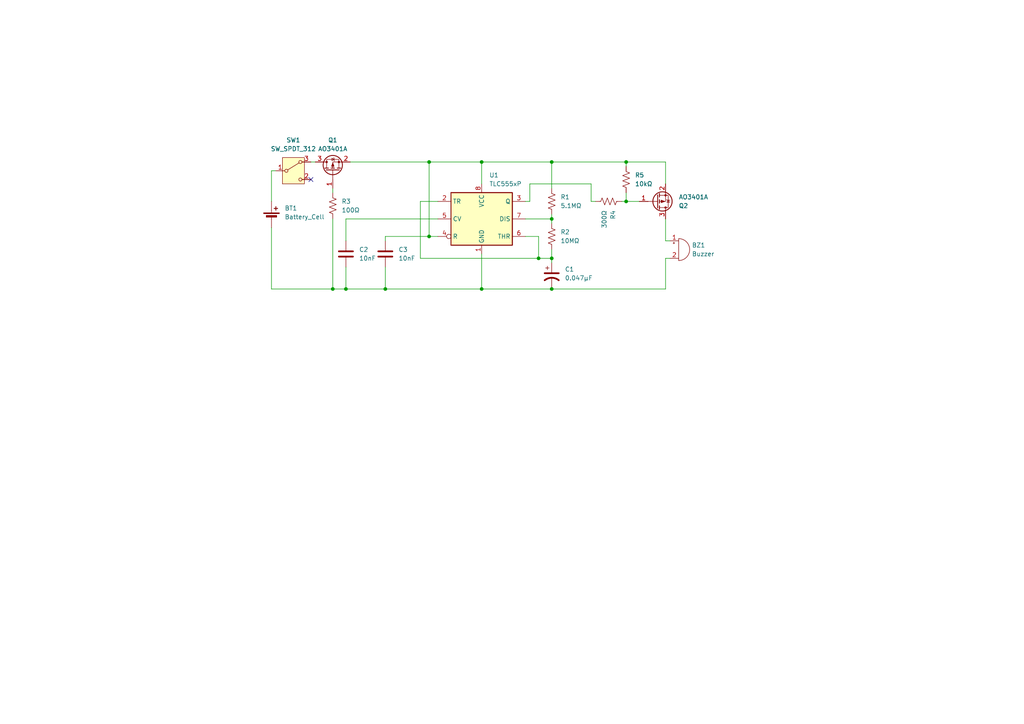
<source format=kicad_sch>
(kicad_sch
	(version 20231120)
	(generator "eeschema")
	(generator_version "8.0")
	(uuid "d8933e53-1592-4685-95eb-2622e257800f")
	(paper "A4")
	(lib_symbols
		(symbol "Device:Battery_Cell"
			(pin_numbers hide)
			(pin_names
				(offset 0) hide)
			(exclude_from_sim no)
			(in_bom yes)
			(on_board yes)
			(property "Reference" "BT"
				(at 2.54 2.54 0)
				(effects
					(font
						(size 1.27 1.27)
					)
					(justify left)
				)
			)
			(property "Value" "Battery_Cell"
				(at 2.54 0 0)
				(effects
					(font
						(size 1.27 1.27)
					)
					(justify left)
				)
			)
			(property "Footprint" ""
				(at 0 1.524 90)
				(effects
					(font
						(size 1.27 1.27)
					)
					(hide yes)
				)
			)
			(property "Datasheet" "~"
				(at 0 1.524 90)
				(effects
					(font
						(size 1.27 1.27)
					)
					(hide yes)
				)
			)
			(property "Description" "Single-cell battery"
				(at 0 0 0)
				(effects
					(font
						(size 1.27 1.27)
					)
					(hide yes)
				)
			)
			(property "ki_keywords" "battery cell"
				(at 0 0 0)
				(effects
					(font
						(size 1.27 1.27)
					)
					(hide yes)
				)
			)
			(symbol "Battery_Cell_0_1"
				(rectangle
					(start -2.286 1.778)
					(end 2.286 1.524)
					(stroke
						(width 0)
						(type default)
					)
					(fill
						(type outline)
					)
				)
				(rectangle
					(start -1.524 1.016)
					(end 1.524 0.508)
					(stroke
						(width 0)
						(type default)
					)
					(fill
						(type outline)
					)
				)
				(polyline
					(pts
						(xy 0 0.762) (xy 0 0)
					)
					(stroke
						(width 0)
						(type default)
					)
					(fill
						(type none)
					)
				)
				(polyline
					(pts
						(xy 0 1.778) (xy 0 2.54)
					)
					(stroke
						(width 0)
						(type default)
					)
					(fill
						(type none)
					)
				)
				(polyline
					(pts
						(xy 0.762 3.048) (xy 1.778 3.048)
					)
					(stroke
						(width 0.254)
						(type default)
					)
					(fill
						(type none)
					)
				)
				(polyline
					(pts
						(xy 1.27 3.556) (xy 1.27 2.54)
					)
					(stroke
						(width 0.254)
						(type default)
					)
					(fill
						(type none)
					)
				)
			)
			(symbol "Battery_Cell_1_1"
				(pin passive line
					(at 0 5.08 270)
					(length 2.54)
					(name "+"
						(effects
							(font
								(size 1.27 1.27)
							)
						)
					)
					(number "1"
						(effects
							(font
								(size 1.27 1.27)
							)
						)
					)
				)
				(pin passive line
					(at 0 -2.54 90)
					(length 2.54)
					(name "-"
						(effects
							(font
								(size 1.27 1.27)
							)
						)
					)
					(number "2"
						(effects
							(font
								(size 1.27 1.27)
							)
						)
					)
				)
			)
		)
		(symbol "Device:Buzzer"
			(pin_names
				(offset 0.0254) hide)
			(exclude_from_sim no)
			(in_bom yes)
			(on_board yes)
			(property "Reference" "BZ"
				(at 3.81 1.27 0)
				(effects
					(font
						(size 1.27 1.27)
					)
					(justify left)
				)
			)
			(property "Value" "Buzzer"
				(at 3.81 -1.27 0)
				(effects
					(font
						(size 1.27 1.27)
					)
					(justify left)
				)
			)
			(property "Footprint" ""
				(at -0.635 2.54 90)
				(effects
					(font
						(size 1.27 1.27)
					)
					(hide yes)
				)
			)
			(property "Datasheet" "~"
				(at -0.635 2.54 90)
				(effects
					(font
						(size 1.27 1.27)
					)
					(hide yes)
				)
			)
			(property "Description" "Buzzer, polarized"
				(at 0 0 0)
				(effects
					(font
						(size 1.27 1.27)
					)
					(hide yes)
				)
			)
			(property "ki_keywords" "quartz resonator ceramic"
				(at 0 0 0)
				(effects
					(font
						(size 1.27 1.27)
					)
					(hide yes)
				)
			)
			(property "ki_fp_filters" "*Buzzer*"
				(at 0 0 0)
				(effects
					(font
						(size 1.27 1.27)
					)
					(hide yes)
				)
			)
			(symbol "Buzzer_0_1"
				(arc
					(start 0 -3.175)
					(mid 3.1612 0)
					(end 0 3.175)
					(stroke
						(width 0)
						(type default)
					)
					(fill
						(type none)
					)
				)
				(polyline
					(pts
						(xy -1.651 1.905) (xy -1.143 1.905)
					)
					(stroke
						(width 0)
						(type default)
					)
					(fill
						(type none)
					)
				)
				(polyline
					(pts
						(xy -1.397 2.159) (xy -1.397 1.651)
					)
					(stroke
						(width 0)
						(type default)
					)
					(fill
						(type none)
					)
				)
				(polyline
					(pts
						(xy 0 3.175) (xy 0 -3.175)
					)
					(stroke
						(width 0)
						(type default)
					)
					(fill
						(type none)
					)
				)
			)
			(symbol "Buzzer_1_1"
				(pin passive line
					(at -2.54 2.54 0)
					(length 2.54)
					(name "+"
						(effects
							(font
								(size 1.27 1.27)
							)
						)
					)
					(number "1"
						(effects
							(font
								(size 1.27 1.27)
							)
						)
					)
				)
				(pin passive line
					(at -2.54 -2.54 0)
					(length 2.54)
					(name "-"
						(effects
							(font
								(size 1.27 1.27)
							)
						)
					)
					(number "2"
						(effects
							(font
								(size 1.27 1.27)
							)
						)
					)
				)
			)
		)
		(symbol "Device:C"
			(pin_numbers hide)
			(pin_names
				(offset 0.254)
			)
			(exclude_from_sim no)
			(in_bom yes)
			(on_board yes)
			(property "Reference" "C"
				(at 0.635 2.54 0)
				(effects
					(font
						(size 1.27 1.27)
					)
					(justify left)
				)
			)
			(property "Value" "C"
				(at 0.635 -2.54 0)
				(effects
					(font
						(size 1.27 1.27)
					)
					(justify left)
				)
			)
			(property "Footprint" ""
				(at 0.9652 -3.81 0)
				(effects
					(font
						(size 1.27 1.27)
					)
					(hide yes)
				)
			)
			(property "Datasheet" "~"
				(at 0 0 0)
				(effects
					(font
						(size 1.27 1.27)
					)
					(hide yes)
				)
			)
			(property "Description" "Unpolarized capacitor"
				(at 0 0 0)
				(effects
					(font
						(size 1.27 1.27)
					)
					(hide yes)
				)
			)
			(property "ki_keywords" "cap capacitor"
				(at 0 0 0)
				(effects
					(font
						(size 1.27 1.27)
					)
					(hide yes)
				)
			)
			(property "ki_fp_filters" "C_*"
				(at 0 0 0)
				(effects
					(font
						(size 1.27 1.27)
					)
					(hide yes)
				)
			)
			(symbol "C_0_1"
				(polyline
					(pts
						(xy -2.032 -0.762) (xy 2.032 -0.762)
					)
					(stroke
						(width 0.508)
						(type default)
					)
					(fill
						(type none)
					)
				)
				(polyline
					(pts
						(xy -2.032 0.762) (xy 2.032 0.762)
					)
					(stroke
						(width 0.508)
						(type default)
					)
					(fill
						(type none)
					)
				)
			)
			(symbol "C_1_1"
				(pin passive line
					(at 0 3.81 270)
					(length 2.794)
					(name "~"
						(effects
							(font
								(size 1.27 1.27)
							)
						)
					)
					(number "1"
						(effects
							(font
								(size 1.27 1.27)
							)
						)
					)
				)
				(pin passive line
					(at 0 -3.81 90)
					(length 2.794)
					(name "~"
						(effects
							(font
								(size 1.27 1.27)
							)
						)
					)
					(number "2"
						(effects
							(font
								(size 1.27 1.27)
							)
						)
					)
				)
			)
		)
		(symbol "Device:C_Polarized_US"
			(pin_numbers hide)
			(pin_names
				(offset 0.254) hide)
			(exclude_from_sim no)
			(in_bom yes)
			(on_board yes)
			(property "Reference" "C"
				(at 0.635 2.54 0)
				(effects
					(font
						(size 1.27 1.27)
					)
					(justify left)
				)
			)
			(property "Value" "C_Polarized_US"
				(at 0.635 -2.54 0)
				(effects
					(font
						(size 1.27 1.27)
					)
					(justify left)
				)
			)
			(property "Footprint" ""
				(at 0 0 0)
				(effects
					(font
						(size 1.27 1.27)
					)
					(hide yes)
				)
			)
			(property "Datasheet" "~"
				(at 0 0 0)
				(effects
					(font
						(size 1.27 1.27)
					)
					(hide yes)
				)
			)
			(property "Description" "Polarized capacitor, US symbol"
				(at 0 0 0)
				(effects
					(font
						(size 1.27 1.27)
					)
					(hide yes)
				)
			)
			(property "ki_keywords" "cap capacitor"
				(at 0 0 0)
				(effects
					(font
						(size 1.27 1.27)
					)
					(hide yes)
				)
			)
			(property "ki_fp_filters" "CP_*"
				(at 0 0 0)
				(effects
					(font
						(size 1.27 1.27)
					)
					(hide yes)
				)
			)
			(symbol "C_Polarized_US_0_1"
				(polyline
					(pts
						(xy -2.032 0.762) (xy 2.032 0.762)
					)
					(stroke
						(width 0.508)
						(type default)
					)
					(fill
						(type none)
					)
				)
				(polyline
					(pts
						(xy -1.778 2.286) (xy -0.762 2.286)
					)
					(stroke
						(width 0)
						(type default)
					)
					(fill
						(type none)
					)
				)
				(polyline
					(pts
						(xy -1.27 1.778) (xy -1.27 2.794)
					)
					(stroke
						(width 0)
						(type default)
					)
					(fill
						(type none)
					)
				)
				(arc
					(start 2.032 -1.27)
					(mid 0 -0.5572)
					(end -2.032 -1.27)
					(stroke
						(width 0.508)
						(type default)
					)
					(fill
						(type none)
					)
				)
			)
			(symbol "C_Polarized_US_1_1"
				(pin passive line
					(at 0 3.81 270)
					(length 2.794)
					(name "~"
						(effects
							(font
								(size 1.27 1.27)
							)
						)
					)
					(number "1"
						(effects
							(font
								(size 1.27 1.27)
							)
						)
					)
				)
				(pin passive line
					(at 0 -3.81 90)
					(length 3.302)
					(name "~"
						(effects
							(font
								(size 1.27 1.27)
							)
						)
					)
					(number "2"
						(effects
							(font
								(size 1.27 1.27)
							)
						)
					)
				)
			)
		)
		(symbol "Device:R_US"
			(pin_numbers hide)
			(pin_names
				(offset 0)
			)
			(exclude_from_sim no)
			(in_bom yes)
			(on_board yes)
			(property "Reference" "R"
				(at 2.54 0 90)
				(effects
					(font
						(size 1.27 1.27)
					)
				)
			)
			(property "Value" "R_US"
				(at -2.54 0 90)
				(effects
					(font
						(size 1.27 1.27)
					)
				)
			)
			(property "Footprint" ""
				(at 1.016 -0.254 90)
				(effects
					(font
						(size 1.27 1.27)
					)
					(hide yes)
				)
			)
			(property "Datasheet" "~"
				(at 0 0 0)
				(effects
					(font
						(size 1.27 1.27)
					)
					(hide yes)
				)
			)
			(property "Description" "Resistor, US symbol"
				(at 0 0 0)
				(effects
					(font
						(size 1.27 1.27)
					)
					(hide yes)
				)
			)
			(property "ki_keywords" "R res resistor"
				(at 0 0 0)
				(effects
					(font
						(size 1.27 1.27)
					)
					(hide yes)
				)
			)
			(property "ki_fp_filters" "R_*"
				(at 0 0 0)
				(effects
					(font
						(size 1.27 1.27)
					)
					(hide yes)
				)
			)
			(symbol "R_US_0_1"
				(polyline
					(pts
						(xy 0 -2.286) (xy 0 -2.54)
					)
					(stroke
						(width 0)
						(type default)
					)
					(fill
						(type none)
					)
				)
				(polyline
					(pts
						(xy 0 2.286) (xy 0 2.54)
					)
					(stroke
						(width 0)
						(type default)
					)
					(fill
						(type none)
					)
				)
				(polyline
					(pts
						(xy 0 -0.762) (xy 1.016 -1.143) (xy 0 -1.524) (xy -1.016 -1.905) (xy 0 -2.286)
					)
					(stroke
						(width 0)
						(type default)
					)
					(fill
						(type none)
					)
				)
				(polyline
					(pts
						(xy 0 0.762) (xy 1.016 0.381) (xy 0 0) (xy -1.016 -0.381) (xy 0 -0.762)
					)
					(stroke
						(width 0)
						(type default)
					)
					(fill
						(type none)
					)
				)
				(polyline
					(pts
						(xy 0 2.286) (xy 1.016 1.905) (xy 0 1.524) (xy -1.016 1.143) (xy 0 0.762)
					)
					(stroke
						(width 0)
						(type default)
					)
					(fill
						(type none)
					)
				)
			)
			(symbol "R_US_1_1"
				(pin passive line
					(at 0 3.81 270)
					(length 1.27)
					(name "~"
						(effects
							(font
								(size 1.27 1.27)
							)
						)
					)
					(number "1"
						(effects
							(font
								(size 1.27 1.27)
							)
						)
					)
				)
				(pin passive line
					(at 0 -3.81 90)
					(length 1.27)
					(name "~"
						(effects
							(font
								(size 1.27 1.27)
							)
						)
					)
					(number "2"
						(effects
							(font
								(size 1.27 1.27)
							)
						)
					)
				)
			)
		)
		(symbol "Switch:SW_SPDT_312"
			(pin_names
				(offset 1) hide)
			(exclude_from_sim no)
			(in_bom yes)
			(on_board yes)
			(property "Reference" "SW"
				(at 0 5.08 0)
				(effects
					(font
						(size 1.27 1.27)
					)
				)
			)
			(property "Value" "SW_SPDT_312"
				(at 0 -5.08 0)
				(effects
					(font
						(size 1.27 1.27)
					)
				)
			)
			(property "Footprint" ""
				(at 0 -10.16 0)
				(effects
					(font
						(size 1.27 1.27)
					)
					(hide yes)
				)
			)
			(property "Datasheet" "~"
				(at 0 -7.62 0)
				(effects
					(font
						(size 1.27 1.27)
					)
					(hide yes)
				)
			)
			(property "Description" "Switch, single pole double throw"
				(at 0 0 0)
				(effects
					(font
						(size 1.27 1.27)
					)
					(hide yes)
				)
			)
			(property "ki_keywords" "changeover single-pole double-throw spdt ON-ON"
				(at 0 0 0)
				(effects
					(font
						(size 1.27 1.27)
					)
					(hide yes)
				)
			)
			(symbol "SW_SPDT_312_0_1"
				(circle
					(center -2.032 0)
					(radius 0.4572)
					(stroke
						(width 0)
						(type default)
					)
					(fill
						(type none)
					)
				)
				(polyline
					(pts
						(xy -1.651 0.254) (xy 1.651 2.286)
					)
					(stroke
						(width 0)
						(type default)
					)
					(fill
						(type none)
					)
				)
				(circle
					(center 2.032 -2.54)
					(radius 0.4572)
					(stroke
						(width 0)
						(type default)
					)
					(fill
						(type none)
					)
				)
				(circle
					(center 2.032 2.54)
					(radius 0.4572)
					(stroke
						(width 0)
						(type default)
					)
					(fill
						(type none)
					)
				)
			)
			(symbol "SW_SPDT_312_1_1"
				(rectangle
					(start -3.175 3.81)
					(end 3.175 -3.81)
					(stroke
						(width 0)
						(type default)
					)
					(fill
						(type background)
					)
				)
				(pin passive line
					(at -5.08 0 0)
					(length 2.54)
					(name "B"
						(effects
							(font
								(size 1.27 1.27)
							)
						)
					)
					(number "1"
						(effects
							(font
								(size 1.27 1.27)
							)
						)
					)
				)
				(pin passive line
					(at 5.08 -2.54 180)
					(length 2.54)
					(name "C"
						(effects
							(font
								(size 1.27 1.27)
							)
						)
					)
					(number "2"
						(effects
							(font
								(size 1.27 1.27)
							)
						)
					)
				)
				(pin passive line
					(at 5.08 2.54 180)
					(length 2.54)
					(name "A"
						(effects
							(font
								(size 1.27 1.27)
							)
						)
					)
					(number "3"
						(effects
							(font
								(size 1.27 1.27)
							)
						)
					)
				)
			)
		)
		(symbol "Timer:TLC555xP"
			(exclude_from_sim no)
			(in_bom yes)
			(on_board yes)
			(property "Reference" "U"
				(at -10.16 8.89 0)
				(effects
					(font
						(size 1.27 1.27)
					)
					(justify left)
				)
			)
			(property "Value" "TLC555xP"
				(at 2.54 8.89 0)
				(effects
					(font
						(size 1.27 1.27)
					)
					(justify left)
				)
			)
			(property "Footprint" "Package_DIP:DIP-8_W7.62mm"
				(at 16.51 -10.16 0)
				(effects
					(font
						(size 1.27 1.27)
					)
					(hide yes)
				)
			)
			(property "Datasheet" "http://www.ti.com/lit/ds/symlink/tlc555.pdf"
				(at 21.59 -10.16 0)
				(effects
					(font
						(size 1.27 1.27)
					)
					(hide yes)
				)
			)
			(property "Description" "Single LinCMOS Timer, 555 compatible, PDIP-8"
				(at 0 0 0)
				(effects
					(font
						(size 1.27 1.27)
					)
					(hide yes)
				)
			)
			(property "ki_keywords" "single timer 555"
				(at 0 0 0)
				(effects
					(font
						(size 1.27 1.27)
					)
					(hide yes)
				)
			)
			(property "ki_fp_filters" "DIP*W7.62mm*"
				(at 0 0 0)
				(effects
					(font
						(size 1.27 1.27)
					)
					(hide yes)
				)
			)
			(symbol "TLC555xP_0_0"
				(pin power_in line
					(at 0 -10.16 90)
					(length 2.54)
					(name "GND"
						(effects
							(font
								(size 1.27 1.27)
							)
						)
					)
					(number "1"
						(effects
							(font
								(size 1.27 1.27)
							)
						)
					)
				)
				(pin power_in line
					(at 0 10.16 270)
					(length 2.54)
					(name "VCC"
						(effects
							(font
								(size 1.27 1.27)
							)
						)
					)
					(number "8"
						(effects
							(font
								(size 1.27 1.27)
							)
						)
					)
				)
			)
			(symbol "TLC555xP_0_1"
				(rectangle
					(start -8.89 -7.62)
					(end 8.89 7.62)
					(stroke
						(width 0.254)
						(type default)
					)
					(fill
						(type background)
					)
				)
				(rectangle
					(start -8.89 -7.62)
					(end 8.89 7.62)
					(stroke
						(width 0.254)
						(type default)
					)
					(fill
						(type background)
					)
				)
			)
			(symbol "TLC555xP_1_1"
				(pin input line
					(at -12.7 5.08 0)
					(length 3.81)
					(name "TR"
						(effects
							(font
								(size 1.27 1.27)
							)
						)
					)
					(number "2"
						(effects
							(font
								(size 1.27 1.27)
							)
						)
					)
				)
				(pin output line
					(at 12.7 5.08 180)
					(length 3.81)
					(name "Q"
						(effects
							(font
								(size 1.27 1.27)
							)
						)
					)
					(number "3"
						(effects
							(font
								(size 1.27 1.27)
							)
						)
					)
				)
				(pin input inverted
					(at -12.7 -5.08 0)
					(length 3.81)
					(name "R"
						(effects
							(font
								(size 1.27 1.27)
							)
						)
					)
					(number "4"
						(effects
							(font
								(size 1.27 1.27)
							)
						)
					)
				)
				(pin input line
					(at -12.7 0 0)
					(length 3.81)
					(name "CV"
						(effects
							(font
								(size 1.27 1.27)
							)
						)
					)
					(number "5"
						(effects
							(font
								(size 1.27 1.27)
							)
						)
					)
				)
				(pin input line
					(at 12.7 -5.08 180)
					(length 3.81)
					(name "THR"
						(effects
							(font
								(size 1.27 1.27)
							)
						)
					)
					(number "6"
						(effects
							(font
								(size 1.27 1.27)
							)
						)
					)
				)
				(pin input line
					(at 12.7 0 180)
					(length 3.81)
					(name "DIS"
						(effects
							(font
								(size 1.27 1.27)
							)
						)
					)
					(number "7"
						(effects
							(font
								(size 1.27 1.27)
							)
						)
					)
				)
			)
		)
		(symbol "Transistor_FET:AO3401A"
			(pin_names hide)
			(exclude_from_sim no)
			(in_bom yes)
			(on_board yes)
			(property "Reference" "Q"
				(at 5.08 1.905 0)
				(effects
					(font
						(size 1.27 1.27)
					)
					(justify left)
				)
			)
			(property "Value" "AO3401A"
				(at 5.08 0 0)
				(effects
					(font
						(size 1.27 1.27)
					)
					(justify left)
				)
			)
			(property "Footprint" "Package_TO_SOT_SMD:SOT-23"
				(at 5.08 -1.905 0)
				(effects
					(font
						(size 1.27 1.27)
						(italic yes)
					)
					(justify left)
					(hide yes)
				)
			)
			(property "Datasheet" "http://www.aosmd.com/pdfs/datasheet/AO3401A.pdf"
				(at 5.08 -3.81 0)
				(effects
					(font
						(size 1.27 1.27)
					)
					(justify left)
					(hide yes)
				)
			)
			(property "Description" "-4.0A Id, -30V Vds, P-Channel MOSFET, SOT-23"
				(at 0 0 0)
				(effects
					(font
						(size 1.27 1.27)
					)
					(hide yes)
				)
			)
			(property "ki_keywords" "P-Channel MOSFET"
				(at 0 0 0)
				(effects
					(font
						(size 1.27 1.27)
					)
					(hide yes)
				)
			)
			(property "ki_fp_filters" "SOT?23*"
				(at 0 0 0)
				(effects
					(font
						(size 1.27 1.27)
					)
					(hide yes)
				)
			)
			(symbol "AO3401A_0_1"
				(polyline
					(pts
						(xy 0.254 0) (xy -2.54 0)
					)
					(stroke
						(width 0)
						(type default)
					)
					(fill
						(type none)
					)
				)
				(polyline
					(pts
						(xy 0.254 1.905) (xy 0.254 -1.905)
					)
					(stroke
						(width 0.254)
						(type default)
					)
					(fill
						(type none)
					)
				)
				(polyline
					(pts
						(xy 0.762 -1.27) (xy 0.762 -2.286)
					)
					(stroke
						(width 0.254)
						(type default)
					)
					(fill
						(type none)
					)
				)
				(polyline
					(pts
						(xy 0.762 0.508) (xy 0.762 -0.508)
					)
					(stroke
						(width 0.254)
						(type default)
					)
					(fill
						(type none)
					)
				)
				(polyline
					(pts
						(xy 0.762 2.286) (xy 0.762 1.27)
					)
					(stroke
						(width 0.254)
						(type default)
					)
					(fill
						(type none)
					)
				)
				(polyline
					(pts
						(xy 2.54 2.54) (xy 2.54 1.778)
					)
					(stroke
						(width 0)
						(type default)
					)
					(fill
						(type none)
					)
				)
				(polyline
					(pts
						(xy 2.54 -2.54) (xy 2.54 0) (xy 0.762 0)
					)
					(stroke
						(width 0)
						(type default)
					)
					(fill
						(type none)
					)
				)
				(polyline
					(pts
						(xy 0.762 1.778) (xy 3.302 1.778) (xy 3.302 -1.778) (xy 0.762 -1.778)
					)
					(stroke
						(width 0)
						(type default)
					)
					(fill
						(type none)
					)
				)
				(polyline
					(pts
						(xy 2.286 0) (xy 1.27 0.381) (xy 1.27 -0.381) (xy 2.286 0)
					)
					(stroke
						(width 0)
						(type default)
					)
					(fill
						(type outline)
					)
				)
				(polyline
					(pts
						(xy 2.794 -0.508) (xy 2.921 -0.381) (xy 3.683 -0.381) (xy 3.81 -0.254)
					)
					(stroke
						(width 0)
						(type default)
					)
					(fill
						(type none)
					)
				)
				(polyline
					(pts
						(xy 3.302 -0.381) (xy 2.921 0.254) (xy 3.683 0.254) (xy 3.302 -0.381)
					)
					(stroke
						(width 0)
						(type default)
					)
					(fill
						(type none)
					)
				)
				(circle
					(center 1.651 0)
					(radius 2.794)
					(stroke
						(width 0.254)
						(type default)
					)
					(fill
						(type none)
					)
				)
				(circle
					(center 2.54 -1.778)
					(radius 0.254)
					(stroke
						(width 0)
						(type default)
					)
					(fill
						(type outline)
					)
				)
				(circle
					(center 2.54 1.778)
					(radius 0.254)
					(stroke
						(width 0)
						(type default)
					)
					(fill
						(type outline)
					)
				)
			)
			(symbol "AO3401A_1_1"
				(pin input line
					(at -5.08 0 0)
					(length 2.54)
					(name "G"
						(effects
							(font
								(size 1.27 1.27)
							)
						)
					)
					(number "1"
						(effects
							(font
								(size 1.27 1.27)
							)
						)
					)
				)
				(pin passive line
					(at 2.54 -5.08 90)
					(length 2.54)
					(name "S"
						(effects
							(font
								(size 1.27 1.27)
							)
						)
					)
					(number "2"
						(effects
							(font
								(size 1.27 1.27)
							)
						)
					)
				)
				(pin passive line
					(at 2.54 5.08 270)
					(length 2.54)
					(name "D"
						(effects
							(font
								(size 1.27 1.27)
							)
						)
					)
					(number "3"
						(effects
							(font
								(size 1.27 1.27)
							)
						)
					)
				)
			)
		)
	)
	(junction
		(at 124.46 46.99)
		(diameter 0)
		(color 0 0 0 0)
		(uuid "170ec5c9-da8e-4d9b-a39d-9c39fa24fc49")
	)
	(junction
		(at 181.61 58.42)
		(diameter 0)
		(color 0 0 0 0)
		(uuid "27a47566-8b58-44cc-8893-e549d0437ab9")
	)
	(junction
		(at 139.7 46.99)
		(diameter 0)
		(color 0 0 0 0)
		(uuid "4feacbdd-bd9c-42ad-8332-2395235e8e3e")
	)
	(junction
		(at 160.02 83.82)
		(diameter 0)
		(color 0 0 0 0)
		(uuid "70d30d15-f7a0-45cd-bff3-76752490907f")
	)
	(junction
		(at 160.02 63.5)
		(diameter 0)
		(color 0 0 0 0)
		(uuid "785f8570-dfc3-4a8e-9795-433a47b75f48")
	)
	(junction
		(at 111.76 83.82)
		(diameter 0)
		(color 0 0 0 0)
		(uuid "86794bf6-f6bc-4095-996e-6f4344f47346")
	)
	(junction
		(at 156.21 74.93)
		(diameter 0)
		(color 0 0 0 0)
		(uuid "93e6cbd6-67c7-4a02-9825-0602259d9f29")
	)
	(junction
		(at 160.02 46.99)
		(diameter 0)
		(color 0 0 0 0)
		(uuid "b0eb365c-120b-4e82-92c8-1f2c14a70dcb")
	)
	(junction
		(at 96.52 83.82)
		(diameter 0)
		(color 0 0 0 0)
		(uuid "c7be6162-847e-42e0-a014-acff7de5525e")
	)
	(junction
		(at 139.7 83.82)
		(diameter 0)
		(color 0 0 0 0)
		(uuid "da493940-0d3f-4a39-a72f-f08e2c9b652b")
	)
	(junction
		(at 100.33 83.82)
		(diameter 0)
		(color 0 0 0 0)
		(uuid "dcdb8909-293c-409b-a935-6b78974eda8b")
	)
	(junction
		(at 160.02 74.93)
		(diameter 0)
		(color 0 0 0 0)
		(uuid "f1f7d094-e0cb-4c54-b2b3-39240e3d83a4")
	)
	(junction
		(at 181.61 46.99)
		(diameter 0)
		(color 0 0 0 0)
		(uuid "f2975741-3622-4b26-b973-f498ac640382")
	)
	(junction
		(at 124.46 68.58)
		(diameter 0)
		(color 0 0 0 0)
		(uuid "f9597e36-88b3-4295-8c5f-e380ea2bfc23")
	)
	(no_connect
		(at 90.17 52.07)
		(uuid "d07f3273-8f3b-452c-8dc4-5d3bbf77140f")
	)
	(wire
		(pts
			(xy 153.67 58.42) (xy 152.4 58.42)
		)
		(stroke
			(width 0)
			(type default)
		)
		(uuid "12f05fb1-2c8b-47ca-82f8-4135c6af3bdf")
	)
	(wire
		(pts
			(xy 96.52 54.61) (xy 96.52 55.88)
		)
		(stroke
			(width 0)
			(type default)
		)
		(uuid "16936754-0ca1-4be6-9a23-5c424249af50")
	)
	(wire
		(pts
			(xy 193.04 69.85) (xy 194.31 69.85)
		)
		(stroke
			(width 0)
			(type default)
		)
		(uuid "17c9298a-595e-49f1-b737-16b9be1b18be")
	)
	(wire
		(pts
			(xy 156.21 68.58) (xy 156.21 74.93)
		)
		(stroke
			(width 0)
			(type default)
		)
		(uuid "1afc0858-61d9-4e4b-9ec8-e0bc5512e8f2")
	)
	(wire
		(pts
			(xy 100.33 83.82) (xy 111.76 83.82)
		)
		(stroke
			(width 0)
			(type default)
		)
		(uuid "1dbd8c50-7362-43d3-baa3-9c62b2cb2ed2")
	)
	(wire
		(pts
			(xy 181.61 58.42) (xy 180.34 58.42)
		)
		(stroke
			(width 0)
			(type default)
		)
		(uuid "1f09ab9e-bbd3-44ec-8dda-83126e4e85b6")
	)
	(wire
		(pts
			(xy 153.67 53.34) (xy 153.67 58.42)
		)
		(stroke
			(width 0)
			(type default)
		)
		(uuid "27b86a68-0768-4d56-a1d1-f0b16b954005")
	)
	(wire
		(pts
			(xy 139.7 46.99) (xy 124.46 46.99)
		)
		(stroke
			(width 0)
			(type default)
		)
		(uuid "32b8afbb-8fc7-4f3c-8dc8-0a9e6316f374")
	)
	(wire
		(pts
			(xy 160.02 62.23) (xy 160.02 63.5)
		)
		(stroke
			(width 0)
			(type default)
		)
		(uuid "3614b804-867e-47fc-9a79-b8f2cac56d4a")
	)
	(wire
		(pts
			(xy 193.04 46.99) (xy 181.61 46.99)
		)
		(stroke
			(width 0)
			(type default)
		)
		(uuid "38a0073f-e5e4-4d6d-9380-2427a44dbe2a")
	)
	(wire
		(pts
			(xy 193.04 63.5) (xy 193.04 69.85)
		)
		(stroke
			(width 0)
			(type default)
		)
		(uuid "4009d042-160e-45a5-82b6-e2a83492f86c")
	)
	(wire
		(pts
			(xy 139.7 46.99) (xy 160.02 46.99)
		)
		(stroke
			(width 0)
			(type default)
		)
		(uuid "49fcc112-0d65-4791-8583-b16200fe59e7")
	)
	(wire
		(pts
			(xy 78.74 83.82) (xy 96.52 83.82)
		)
		(stroke
			(width 0)
			(type default)
		)
		(uuid "4b2c7320-caea-4437-b8f0-b6029d67aac6")
	)
	(wire
		(pts
			(xy 111.76 83.82) (xy 139.7 83.82)
		)
		(stroke
			(width 0)
			(type default)
		)
		(uuid "501a4a6f-f253-42a9-8bc9-0f06013e5b6f")
	)
	(wire
		(pts
			(xy 96.52 83.82) (xy 96.52 63.5)
		)
		(stroke
			(width 0)
			(type default)
		)
		(uuid "54dcf167-00e9-4dc0-904a-37138552b8e8")
	)
	(wire
		(pts
			(xy 111.76 77.47) (xy 111.76 83.82)
		)
		(stroke
			(width 0)
			(type default)
		)
		(uuid "55c0a26b-5124-4ec1-bff2-46a6198af5d7")
	)
	(wire
		(pts
			(xy 156.21 68.58) (xy 152.4 68.58)
		)
		(stroke
			(width 0)
			(type default)
		)
		(uuid "5abd0115-4d75-4e4f-8324-f7a5b5c9ead9")
	)
	(wire
		(pts
			(xy 111.76 68.58) (xy 124.46 68.58)
		)
		(stroke
			(width 0)
			(type default)
		)
		(uuid "5e7666dc-761b-4e6f-8776-49eb7c120116")
	)
	(wire
		(pts
			(xy 194.31 74.93) (xy 193.04 74.93)
		)
		(stroke
			(width 0)
			(type default)
		)
		(uuid "63638a0d-7d9f-4c56-beaf-497e1d9279b0")
	)
	(wire
		(pts
			(xy 160.02 83.82) (xy 139.7 83.82)
		)
		(stroke
			(width 0)
			(type default)
		)
		(uuid "6ab5b11a-e6fc-4f4a-934f-b5943d1d8d48")
	)
	(wire
		(pts
			(xy 124.46 46.99) (xy 101.6 46.99)
		)
		(stroke
			(width 0)
			(type default)
		)
		(uuid "79f529c2-d649-414a-8980-9a3294a0a3ef")
	)
	(wire
		(pts
			(xy 152.4 63.5) (xy 160.02 63.5)
		)
		(stroke
			(width 0)
			(type default)
		)
		(uuid "7afa0ea6-1dbd-4d13-abfb-118d59a621a9")
	)
	(wire
		(pts
			(xy 78.74 66.04) (xy 78.74 83.82)
		)
		(stroke
			(width 0)
			(type default)
		)
		(uuid "81fa6f2e-1b62-4092-b7a2-341e9593d21d")
	)
	(wire
		(pts
			(xy 139.7 73.66) (xy 139.7 83.82)
		)
		(stroke
			(width 0)
			(type default)
		)
		(uuid "8329d8b0-b81d-4b87-a150-d37fc57aae9a")
	)
	(wire
		(pts
			(xy 181.61 46.99) (xy 181.61 48.26)
		)
		(stroke
			(width 0)
			(type default)
		)
		(uuid "83f5c660-3438-4dde-8d21-284df9996745")
	)
	(wire
		(pts
			(xy 96.52 83.82) (xy 100.33 83.82)
		)
		(stroke
			(width 0)
			(type default)
		)
		(uuid "8c1db141-3308-4e1b-bcf6-8d79b5436871")
	)
	(wire
		(pts
			(xy 181.61 55.88) (xy 181.61 58.42)
		)
		(stroke
			(width 0)
			(type default)
		)
		(uuid "8f823cb4-a71e-4f83-a354-963be8bacbeb")
	)
	(wire
		(pts
			(xy 185.42 58.42) (xy 181.61 58.42)
		)
		(stroke
			(width 0)
			(type default)
		)
		(uuid "9513d3f5-859e-4d4e-ba6e-c6abb7008a42")
	)
	(wire
		(pts
			(xy 171.45 53.34) (xy 153.67 53.34)
		)
		(stroke
			(width 0)
			(type default)
		)
		(uuid "9bc5a5d2-e782-492a-bfd9-fb14bbfe399a")
	)
	(wire
		(pts
			(xy 181.61 46.99) (xy 160.02 46.99)
		)
		(stroke
			(width 0)
			(type default)
		)
		(uuid "9bfa05bb-935b-49ec-a2ad-c5797d4f5497")
	)
	(wire
		(pts
			(xy 100.33 77.47) (xy 100.33 83.82)
		)
		(stroke
			(width 0)
			(type default)
		)
		(uuid "9c3094d3-6c6b-4567-abce-b12de858513f")
	)
	(wire
		(pts
			(xy 90.17 46.99) (xy 91.44 46.99)
		)
		(stroke
			(width 0)
			(type default)
		)
		(uuid "a70fa6ed-7b61-4516-ac71-cf3be4d5f0e5")
	)
	(wire
		(pts
			(xy 127 58.42) (xy 121.92 58.42)
		)
		(stroke
			(width 0)
			(type default)
		)
		(uuid "a9fb2541-3942-4569-ba9f-e27436089e4f")
	)
	(wire
		(pts
			(xy 100.33 63.5) (xy 100.33 69.85)
		)
		(stroke
			(width 0)
			(type default)
		)
		(uuid "addb768d-7f1b-4611-b9e9-d2f226455ed8")
	)
	(wire
		(pts
			(xy 124.46 46.99) (xy 124.46 68.58)
		)
		(stroke
			(width 0)
			(type default)
		)
		(uuid "adec327b-d4d1-4113-9297-a225ee53be1c")
	)
	(wire
		(pts
			(xy 127 68.58) (xy 124.46 68.58)
		)
		(stroke
			(width 0)
			(type default)
		)
		(uuid "b23bf77b-3547-4ff3-a298-e61394163df6")
	)
	(wire
		(pts
			(xy 139.7 46.99) (xy 139.7 53.34)
		)
		(stroke
			(width 0)
			(type default)
		)
		(uuid "b2b1b56c-75b9-401e-b226-56ff9c0c9919")
	)
	(wire
		(pts
			(xy 121.92 58.42) (xy 121.92 74.93)
		)
		(stroke
			(width 0)
			(type default)
		)
		(uuid "bb36de3f-3f9f-448c-b6c6-e59c33f1f405")
	)
	(wire
		(pts
			(xy 78.74 49.53) (xy 80.01 49.53)
		)
		(stroke
			(width 0)
			(type default)
		)
		(uuid "be1b8436-70b1-44e0-95b6-ea571c3d93e6")
	)
	(wire
		(pts
			(xy 171.45 58.42) (xy 172.72 58.42)
		)
		(stroke
			(width 0)
			(type default)
		)
		(uuid "be80ac96-6b08-49b1-905a-a8f2323106fa")
	)
	(wire
		(pts
			(xy 160.02 74.93) (xy 160.02 76.2)
		)
		(stroke
			(width 0)
			(type default)
		)
		(uuid "c9800e36-b4c5-4fd9-bcf7-9e19988d12e5")
	)
	(wire
		(pts
			(xy 171.45 58.42) (xy 171.45 53.34)
		)
		(stroke
			(width 0)
			(type default)
		)
		(uuid "ccd1e2e5-853c-4852-bcc7-d07e985c6e86")
	)
	(wire
		(pts
			(xy 121.92 74.93) (xy 156.21 74.93)
		)
		(stroke
			(width 0)
			(type default)
		)
		(uuid "ce039c87-444d-43c7-a2b5-1003e8ccc27d")
	)
	(wire
		(pts
			(xy 78.74 58.42) (xy 78.74 49.53)
		)
		(stroke
			(width 0)
			(type default)
		)
		(uuid "ce57eb7f-3655-4b8a-aea0-d28aa8a292e5")
	)
	(wire
		(pts
			(xy 111.76 68.58) (xy 111.76 69.85)
		)
		(stroke
			(width 0)
			(type default)
		)
		(uuid "cf5b4218-97f3-4a4b-828a-8f1626c59c7c")
	)
	(wire
		(pts
			(xy 193.04 83.82) (xy 160.02 83.82)
		)
		(stroke
			(width 0)
			(type default)
		)
		(uuid "d1d342c4-317e-4a31-92e0-a53fcb79fe1d")
	)
	(wire
		(pts
			(xy 160.02 74.93) (xy 156.21 74.93)
		)
		(stroke
			(width 0)
			(type default)
		)
		(uuid "d28844ce-f336-4cd2-9fb7-c284c43f7593")
	)
	(wire
		(pts
			(xy 193.04 46.99) (xy 193.04 53.34)
		)
		(stroke
			(width 0)
			(type default)
		)
		(uuid "dc77e398-ad6c-4061-a0ec-ad7f040331c6")
	)
	(wire
		(pts
			(xy 193.04 74.93) (xy 193.04 83.82)
		)
		(stroke
			(width 0)
			(type default)
		)
		(uuid "dd3081aa-c42c-49e2-b3af-4c1f29515037")
	)
	(wire
		(pts
			(xy 127 63.5) (xy 100.33 63.5)
		)
		(stroke
			(width 0)
			(type default)
		)
		(uuid "e903a49e-b79f-452d-9c08-0d2b7d38ae78")
	)
	(wire
		(pts
			(xy 160.02 46.99) (xy 160.02 54.61)
		)
		(stroke
			(width 0)
			(type default)
		)
		(uuid "f03594a0-fb64-4f1c-bd9e-08e6eaf548f9")
	)
	(wire
		(pts
			(xy 160.02 63.5) (xy 160.02 64.77)
		)
		(stroke
			(width 0)
			(type default)
		)
		(uuid "f2e01140-6c75-4345-8bc7-46f3f858c493")
	)
	(wire
		(pts
			(xy 160.02 72.39) (xy 160.02 74.93)
		)
		(stroke
			(width 0)
			(type default)
		)
		(uuid "faa94098-41c4-401b-940a-ebab82448271")
	)
	(symbol
		(lib_id "Device:R_US")
		(at 160.02 68.58 0)
		(unit 1)
		(exclude_from_sim no)
		(in_bom yes)
		(on_board yes)
		(dnp no)
		(uuid "13ba5114-371e-4d17-8cd9-49a40155d516")
		(property "Reference" "R2"
			(at 162.56 67.3099 0)
			(effects
				(font
					(size 1.27 1.27)
				)
				(justify left)
			)
		)
		(property "Value" "10MΩ"
			(at 162.56 69.8499 0)
			(effects
				(font
					(size 1.27 1.27)
				)
				(justify left)
			)
		)
		(property "Footprint" "Resistor_SMD:R_0603_1608Metric"
			(at 161.036 68.834 90)
			(effects
				(font
					(size 1.27 1.27)
				)
				(hide yes)
			)
		)
		(property "Datasheet" "~"
			(at 160.02 68.58 0)
			(effects
				(font
					(size 1.27 1.27)
				)
				(hide yes)
			)
		)
		(property "Description" "Resistor, US symbol"
			(at 160.02 68.58 0)
			(effects
				(font
					(size 1.27 1.27)
				)
				(hide yes)
			)
		)
		(pin "1"
			(uuid "60f06797-2d15-4f0d-bc5a-7d8b15502f75")
		)
		(pin "2"
			(uuid "dee81adf-2dd4-414d-a9eb-2ae54453be09")
		)
		(instances
			(project ""
				(path "/d8933e53-1592-4685-95eb-2622e257800f"
					(reference "R2")
					(unit 1)
				)
			)
		)
	)
	(symbol
		(lib_id "Transistor_FET:AO3401A")
		(at 190.5 58.42 0)
		(mirror x)
		(unit 1)
		(exclude_from_sim no)
		(in_bom yes)
		(on_board yes)
		(dnp no)
		(uuid "1546914c-1f01-4bc4-92c2-0d7e16d5b8d6")
		(property "Reference" "Q2"
			(at 196.85 59.6901 0)
			(effects
				(font
					(size 1.27 1.27)
				)
				(justify left)
			)
		)
		(property "Value" "AO3401A"
			(at 196.85 57.1501 0)
			(effects
				(font
					(size 1.27 1.27)
				)
				(justify left)
			)
		)
		(property "Footprint" "Package_TO_SOT_SMD:SOT-23"
			(at 195.58 56.515 0)
			(effects
				(font
					(size 1.27 1.27)
					(italic yes)
				)
				(justify left)
				(hide yes)
			)
		)
		(property "Datasheet" "http://www.aosmd.com/pdfs/datasheet/AO3401A.pdf"
			(at 195.58 54.61 0)
			(effects
				(font
					(size 1.27 1.27)
				)
				(justify left)
				(hide yes)
			)
		)
		(property "Description" "-4.0A Id, -30V Vds, P-Channel MOSFET, SOT-23"
			(at 190.5 58.42 0)
			(effects
				(font
					(size 1.27 1.27)
				)
				(hide yes)
			)
		)
		(pin "1"
			(uuid "ce24f589-1420-4447-8a73-53b36afd2be6")
		)
		(pin "2"
			(uuid "8ed492f7-3c65-40fa-8641-ba844bbebdc0")
		)
		(pin "3"
			(uuid "9bf03b86-e83d-47e6-8336-9ebf413b5b4f")
		)
		(instances
			(project ""
				(path "/d8933e53-1592-4685-95eb-2622e257800f"
					(reference "Q2")
					(unit 1)
				)
			)
		)
	)
	(symbol
		(lib_id "Switch:SW_SPDT_312")
		(at 85.09 49.53 0)
		(unit 1)
		(exclude_from_sim no)
		(in_bom yes)
		(on_board yes)
		(dnp no)
		(fields_autoplaced yes)
		(uuid "1f71b096-d502-42be-baee-ac3ff8eee401")
		(property "Reference" "SW1"
			(at 85.09 40.64 0)
			(effects
				(font
					(size 1.27 1.27)
				)
			)
		)
		(property "Value" "SW_SPDT_312"
			(at 85.09 43.18 0)
			(effects
				(font
					(size 1.27 1.27)
				)
			)
		)
		(property "Footprint" "Connector_PinHeader_2.54mm:PinHeader_1x03_P2.54mm_Vertical"
			(at 85.09 59.69 0)
			(effects
				(font
					(size 1.27 1.27)
				)
				(hide yes)
			)
		)
		(property "Datasheet" "~"
			(at 85.09 57.15 0)
			(effects
				(font
					(size 1.27 1.27)
				)
				(hide yes)
			)
		)
		(property "Description" "Switch, single pole double throw"
			(at 85.09 49.53 0)
			(effects
				(font
					(size 1.27 1.27)
				)
				(hide yes)
			)
		)
		(pin "1"
			(uuid "74a2c240-94a0-4a7c-9347-47e921fb07a5")
		)
		(pin "2"
			(uuid "ffd138fb-2cad-4abc-8d14-17c036cc60ad")
		)
		(pin "3"
			(uuid "b325b9ae-426f-4e49-8500-79d1892771d6")
		)
		(instances
			(project ""
				(path "/d8933e53-1592-4685-95eb-2622e257800f"
					(reference "SW1")
					(unit 1)
				)
			)
		)
	)
	(symbol
		(lib_id "Device:C")
		(at 111.76 73.66 0)
		(unit 1)
		(exclude_from_sim no)
		(in_bom yes)
		(on_board yes)
		(dnp no)
		(fields_autoplaced yes)
		(uuid "2004d104-7199-485a-a66f-ad0afe94daaf")
		(property "Reference" "C3"
			(at 115.57 72.3899 0)
			(effects
				(font
					(size 1.27 1.27)
				)
				(justify left)
			)
		)
		(property "Value" "10nF"
			(at 115.57 74.9299 0)
			(effects
				(font
					(size 1.27 1.27)
				)
				(justify left)
			)
		)
		(property "Footprint" "Capacitor_SMD:C_0603_1608Metric"
			(at 112.7252 77.47 0)
			(effects
				(font
					(size 1.27 1.27)
				)
				(hide yes)
			)
		)
		(property "Datasheet" "~"
			(at 111.76 73.66 0)
			(effects
				(font
					(size 1.27 1.27)
				)
				(hide yes)
			)
		)
		(property "Description" "Unpolarized capacitor"
			(at 111.76 73.66 0)
			(effects
				(font
					(size 1.27 1.27)
				)
				(hide yes)
			)
		)
		(pin "1"
			(uuid "d5d1aad9-b6aa-437a-a092-b4b6ec2d7361")
		)
		(pin "2"
			(uuid "b53b3b89-a92d-4440-8541-274f5edb8e08")
		)
		(instances
			(project "beeping-easter-egg"
				(path "/d8933e53-1592-4685-95eb-2622e257800f"
					(reference "C3")
					(unit 1)
				)
			)
		)
	)
	(symbol
		(lib_id "Device:C")
		(at 100.33 73.66 0)
		(unit 1)
		(exclude_from_sim no)
		(in_bom yes)
		(on_board yes)
		(dnp no)
		(fields_autoplaced yes)
		(uuid "476ae222-6855-49df-bc72-02972c5d3543")
		(property "Reference" "C2"
			(at 104.14 72.3899 0)
			(effects
				(font
					(size 1.27 1.27)
				)
				(justify left)
			)
		)
		(property "Value" "10nF"
			(at 104.14 74.9299 0)
			(effects
				(font
					(size 1.27 1.27)
				)
				(justify left)
			)
		)
		(property "Footprint" "Capacitor_SMD:C_0603_1608Metric"
			(at 101.2952 77.47 0)
			(effects
				(font
					(size 1.27 1.27)
				)
				(hide yes)
			)
		)
		(property "Datasheet" "~"
			(at 100.33 73.66 0)
			(effects
				(font
					(size 1.27 1.27)
				)
				(hide yes)
			)
		)
		(property "Description" "Unpolarized capacitor"
			(at 100.33 73.66 0)
			(effects
				(font
					(size 1.27 1.27)
				)
				(hide yes)
			)
		)
		(pin "1"
			(uuid "4199e33c-ea1a-4c51-a4d9-f715809a5f1c")
		)
		(pin "2"
			(uuid "b87ad504-cff5-403f-820e-9eec0b416fe2")
		)
		(instances
			(project ""
				(path "/d8933e53-1592-4685-95eb-2622e257800f"
					(reference "C2")
					(unit 1)
				)
			)
		)
	)
	(symbol
		(lib_id "Device:Buzzer")
		(at 196.85 72.39 0)
		(unit 1)
		(exclude_from_sim no)
		(in_bom yes)
		(on_board yes)
		(dnp no)
		(fields_autoplaced yes)
		(uuid "4b755ab3-dca1-42d3-aa05-eabc7a528ab9")
		(property "Reference" "BZ1"
			(at 200.66 71.1199 0)
			(effects
				(font
					(size 1.27 1.27)
				)
				(justify left)
			)
		)
		(property "Value" "Buzzer"
			(at 200.66 73.6599 0)
			(effects
				(font
					(size 1.27 1.27)
				)
				(justify left)
			)
		)
		(property "Footprint" "Buzzer_Beeper:Buzzer_12x9.5RM7.6"
			(at 196.215 69.85 90)
			(effects
				(font
					(size 1.27 1.27)
				)
				(hide yes)
			)
		)
		(property "Datasheet" "~"
			(at 196.215 69.85 90)
			(effects
				(font
					(size 1.27 1.27)
				)
				(hide yes)
			)
		)
		(property "Description" "Buzzer, polarized"
			(at 196.85 72.39 0)
			(effects
				(font
					(size 1.27 1.27)
				)
				(hide yes)
			)
		)
		(pin "2"
			(uuid "5a2c37f3-b307-4c67-a7e7-f78fb1e76615")
		)
		(pin "1"
			(uuid "cb4899d4-5718-4df1-a30f-b2c5b3a7b62d")
		)
		(instances
			(project ""
				(path "/d8933e53-1592-4685-95eb-2622e257800f"
					(reference "BZ1")
					(unit 1)
				)
			)
		)
	)
	(symbol
		(lib_id "Device:C_Polarized_US")
		(at 160.02 80.01 0)
		(unit 1)
		(exclude_from_sim no)
		(in_bom yes)
		(on_board yes)
		(dnp no)
		(fields_autoplaced yes)
		(uuid "520021d2-be20-49f6-91b3-52e7a5d33c02")
		(property "Reference" "C1"
			(at 163.83 78.1049 0)
			(effects
				(font
					(size 1.27 1.27)
				)
				(justify left)
			)
		)
		(property "Value" "0.047µF"
			(at 163.83 80.6449 0)
			(effects
				(font
					(size 1.27 1.27)
				)
				(justify left)
			)
		)
		(property "Footprint" "Capacitor_SMD:C_0603_1608Metric"
			(at 160.02 80.01 0)
			(effects
				(font
					(size 1.27 1.27)
				)
				(hide yes)
			)
		)
		(property "Datasheet" "~"
			(at 160.02 80.01 0)
			(effects
				(font
					(size 1.27 1.27)
				)
				(hide yes)
			)
		)
		(property "Description" "Polarized capacitor, US symbol"
			(at 160.02 80.01 0)
			(effects
				(font
					(size 1.27 1.27)
				)
				(hide yes)
			)
		)
		(pin "2"
			(uuid "0e11bad6-109c-49eb-86da-a267cdb0da88")
		)
		(pin "1"
			(uuid "238dcbd3-1aef-4d8b-babb-9d5109cd9e90")
		)
		(instances
			(project ""
				(path "/d8933e53-1592-4685-95eb-2622e257800f"
					(reference "C1")
					(unit 1)
				)
			)
		)
	)
	(symbol
		(lib_id "Device:Battery_Cell")
		(at 78.74 63.5 0)
		(unit 1)
		(exclude_from_sim no)
		(in_bom yes)
		(on_board yes)
		(dnp no)
		(fields_autoplaced yes)
		(uuid "5f0aa33f-3275-4492-ac55-bef28660b7c4")
		(property "Reference" "BT1"
			(at 82.55 60.3884 0)
			(effects
				(font
					(size 1.27 1.27)
				)
				(justify left)
			)
		)
		(property "Value" "Battery_Cell"
			(at 82.55 62.9284 0)
			(effects
				(font
					(size 1.27 1.27)
				)
				(justify left)
			)
		)
		(property "Footprint" "Battery:BatteryHolder_MYOUNG_BS-07-A1BJ001_CR2032"
			(at 78.74 61.976 90)
			(effects
				(font
					(size 1.27 1.27)
				)
				(hide yes)
			)
		)
		(property "Datasheet" "~"
			(at 78.74 61.976 90)
			(effects
				(font
					(size 1.27 1.27)
				)
				(hide yes)
			)
		)
		(property "Description" "Single-cell battery"
			(at 78.74 63.5 0)
			(effects
				(font
					(size 1.27 1.27)
				)
				(hide yes)
			)
		)
		(pin "2"
			(uuid "0e61492f-6401-4388-abcc-87278077a593")
		)
		(pin "1"
			(uuid "d54a107a-4717-4809-bfb3-816aa0e74dda")
		)
		(instances
			(project ""
				(path "/d8933e53-1592-4685-95eb-2622e257800f"
					(reference "BT1")
					(unit 1)
				)
			)
		)
	)
	(symbol
		(lib_id "Device:R_US")
		(at 96.52 59.69 0)
		(unit 1)
		(exclude_from_sim no)
		(in_bom yes)
		(on_board yes)
		(dnp no)
		(uuid "6c41d66a-5a4b-4720-8d9c-a0d3ee0a598b")
		(property "Reference" "R3"
			(at 99.06 58.4199 0)
			(effects
				(font
					(size 1.27 1.27)
				)
				(justify left)
			)
		)
		(property "Value" "100Ω"
			(at 99.06 60.9599 0)
			(effects
				(font
					(size 1.27 1.27)
				)
				(justify left)
			)
		)
		(property "Footprint" "Resistor_SMD:R_0603_1608Metric"
			(at 97.536 59.944 90)
			(effects
				(font
					(size 1.27 1.27)
				)
				(hide yes)
			)
		)
		(property "Datasheet" "~"
			(at 96.52 59.69 0)
			(effects
				(font
					(size 1.27 1.27)
				)
				(hide yes)
			)
		)
		(property "Description" "Resistor, US symbol"
			(at 96.52 59.69 0)
			(effects
				(font
					(size 1.27 1.27)
				)
				(hide yes)
			)
		)
		(pin "1"
			(uuid "6ff13cda-d8c5-4b19-8943-62fe34266c10")
		)
		(pin "2"
			(uuid "3f5e666e-3b71-43d5-855d-8bc60f672ac0")
		)
		(instances
			(project "beeping-easter-egg"
				(path "/d8933e53-1592-4685-95eb-2622e257800f"
					(reference "R3")
					(unit 1)
				)
			)
		)
	)
	(symbol
		(lib_id "Timer:TLC555xP")
		(at 139.7 63.5 0)
		(unit 1)
		(exclude_from_sim no)
		(in_bom yes)
		(on_board yes)
		(dnp no)
		(fields_autoplaced yes)
		(uuid "6fe02707-dc89-4d5f-828b-9a605a0cfdb2")
		(property "Reference" "U1"
			(at 141.8941 50.8 0)
			(effects
				(font
					(size 1.27 1.27)
				)
				(justify left)
			)
		)
		(property "Value" "TLC555xP"
			(at 141.8941 53.34 0)
			(effects
				(font
					(size 1.27 1.27)
				)
				(justify left)
			)
		)
		(property "Footprint" "Package_SO:SOIC-8_3.9x4.9mm_P1.27mm"
			(at 156.21 73.66 0)
			(effects
				(font
					(size 1.27 1.27)
				)
				(hide yes)
			)
		)
		(property "Datasheet" "http://www.ti.com/lit/ds/symlink/tlc555.pdf"
			(at 161.29 73.66 0)
			(effects
				(font
					(size 1.27 1.27)
				)
				(hide yes)
			)
		)
		(property "Description" "Single LinCMOS Timer, 555 compatible, PDIP-8"
			(at 139.7 63.5 0)
			(effects
				(font
					(size 1.27 1.27)
				)
				(hide yes)
			)
		)
		(pin "3"
			(uuid "7c63b929-6890-4364-8e90-207fb58aa95d")
		)
		(pin "8"
			(uuid "f692619f-1e21-4728-b70b-149ba827daa7")
		)
		(pin "2"
			(uuid "3e5b5358-87af-4799-ac07-87258c59a051")
		)
		(pin "4"
			(uuid "80cfb3f5-7802-41ca-a6f7-7020d272b061")
		)
		(pin "7"
			(uuid "cd868881-6e7f-4343-9177-b148a438204a")
		)
		(pin "6"
			(uuid "41123dcd-f891-45ae-b2b7-4ca42643fa4c")
		)
		(pin "5"
			(uuid "30a823f6-bcd8-477e-915b-d4a784ae05e7")
		)
		(pin "1"
			(uuid "3690c323-18cd-43c5-ab14-7a843e901447")
		)
		(instances
			(project ""
				(path "/d8933e53-1592-4685-95eb-2622e257800f"
					(reference "U1")
					(unit 1)
				)
			)
		)
	)
	(symbol
		(lib_id "Device:R_US")
		(at 181.61 52.07 0)
		(unit 1)
		(exclude_from_sim no)
		(in_bom yes)
		(on_board yes)
		(dnp no)
		(uuid "7b7b56d8-75df-4323-978f-075c6edf641b")
		(property "Reference" "R5"
			(at 184.15 50.7999 0)
			(effects
				(font
					(size 1.27 1.27)
				)
				(justify left)
			)
		)
		(property "Value" "10kΩ"
			(at 184.15 53.3399 0)
			(effects
				(font
					(size 1.27 1.27)
				)
				(justify left)
			)
		)
		(property "Footprint" "Resistor_SMD:R_0603_1608Metric"
			(at 182.626 52.324 90)
			(effects
				(font
					(size 1.27 1.27)
				)
				(hide yes)
			)
		)
		(property "Datasheet" "~"
			(at 181.61 52.07 0)
			(effects
				(font
					(size 1.27 1.27)
				)
				(hide yes)
			)
		)
		(property "Description" "Resistor, US symbol"
			(at 181.61 52.07 0)
			(effects
				(font
					(size 1.27 1.27)
				)
				(hide yes)
			)
		)
		(pin "1"
			(uuid "5bf8dde9-f17b-4fe6-8fa7-12e65c5b6b9e")
		)
		(pin "2"
			(uuid "e5694c34-22b2-4c3e-93cc-6ab8951eb3b5")
		)
		(instances
			(project "beeping-easter-egg"
				(path "/d8933e53-1592-4685-95eb-2622e257800f"
					(reference "R5")
					(unit 1)
				)
			)
		)
	)
	(symbol
		(lib_id "Device:R_US")
		(at 160.02 58.42 0)
		(unit 1)
		(exclude_from_sim no)
		(in_bom yes)
		(on_board yes)
		(dnp no)
		(fields_autoplaced yes)
		(uuid "816f0aa1-7803-4170-b2b1-2d0a2bb8f3e7")
		(property "Reference" "R1"
			(at 162.56 57.1499 0)
			(effects
				(font
					(size 1.27 1.27)
				)
				(justify left)
			)
		)
		(property "Value" "5.1MΩ"
			(at 162.56 59.6899 0)
			(effects
				(font
					(size 1.27 1.27)
				)
				(justify left)
			)
		)
		(property "Footprint" "Resistor_SMD:R_0603_1608Metric"
			(at 161.036 58.674 90)
			(effects
				(font
					(size 1.27 1.27)
				)
				(hide yes)
			)
		)
		(property "Datasheet" "~"
			(at 160.02 58.42 0)
			(effects
				(font
					(size 1.27 1.27)
				)
				(hide yes)
			)
		)
		(property "Description" "Resistor, US symbol"
			(at 160.02 58.42 0)
			(effects
				(font
					(size 1.27 1.27)
				)
				(hide yes)
			)
		)
		(pin "2"
			(uuid "3e11a591-6de3-4495-8e04-a9c605c9a4a4")
		)
		(pin "1"
			(uuid "fb372705-7dcf-47a5-af9b-4b5f9e897389")
		)
		(instances
			(project ""
				(path "/d8933e53-1592-4685-95eb-2622e257800f"
					(reference "R1")
					(unit 1)
				)
			)
		)
	)
	(symbol
		(lib_id "Device:R_US")
		(at 176.53 58.42 270)
		(unit 1)
		(exclude_from_sim no)
		(in_bom yes)
		(on_board yes)
		(dnp no)
		(uuid "c7a4eb3e-9e0e-4fe8-a6fb-66666cbb2e04")
		(property "Reference" "R4"
			(at 177.8001 60.96 0)
			(effects
				(font
					(size 1.27 1.27)
				)
				(justify left)
			)
		)
		(property "Value" "300Ω"
			(at 175.2601 60.96 0)
			(effects
				(font
					(size 1.27 1.27)
				)
				(justify left)
			)
		)
		(property "Footprint" "Resistor_SMD:R_0603_1608Metric"
			(at 176.276 59.436 90)
			(effects
				(font
					(size 1.27 1.27)
				)
				(hide yes)
			)
		)
		(property "Datasheet" "~"
			(at 176.53 58.42 0)
			(effects
				(font
					(size 1.27 1.27)
				)
				(hide yes)
			)
		)
		(property "Description" "Resistor, US symbol"
			(at 176.53 58.42 0)
			(effects
				(font
					(size 1.27 1.27)
				)
				(hide yes)
			)
		)
		(pin "1"
			(uuid "55203b25-1887-467b-9dd6-01335bb7548e")
		)
		(pin "2"
			(uuid "cea5548d-00bc-4c0d-b131-512211809aef")
		)
		(instances
			(project "beeping-easter-egg"
				(path "/d8933e53-1592-4685-95eb-2622e257800f"
					(reference "R4")
					(unit 1)
				)
			)
		)
	)
	(symbol
		(lib_id "Transistor_FET:AO3401A")
		(at 96.52 49.53 90)
		(unit 1)
		(exclude_from_sim no)
		(in_bom yes)
		(on_board yes)
		(dnp no)
		(fields_autoplaced yes)
		(uuid "ff449818-837c-4a89-b671-1784567dbe01")
		(property "Reference" "Q1"
			(at 96.52 40.64 90)
			(effects
				(font
					(size 1.27 1.27)
				)
			)
		)
		(property "Value" "AO3401A"
			(at 96.52 43.18 90)
			(effects
				(font
					(size 1.27 1.27)
				)
			)
		)
		(property "Footprint" "Package_TO_SOT_SMD:SOT-23"
			(at 98.425 44.45 0)
			(effects
				(font
					(size 1.27 1.27)
					(italic yes)
				)
				(justify left)
				(hide yes)
			)
		)
		(property "Datasheet" "http://www.aosmd.com/pdfs/datasheet/AO3401A.pdf"
			(at 100.33 44.45 0)
			(effects
				(font
					(size 1.27 1.27)
				)
				(justify left)
				(hide yes)
			)
		)
		(property "Description" "-4.0A Id, -30V Vds, P-Channel MOSFET, SOT-23"
			(at 96.52 49.53 0)
			(effects
				(font
					(size 1.27 1.27)
				)
				(hide yes)
			)
		)
		(pin "1"
			(uuid "0d49ea95-84b3-47fb-a272-32c2df7da292")
		)
		(pin "2"
			(uuid "22807c25-9aee-4e72-a3f9-ff04e78e999c")
		)
		(pin "3"
			(uuid "adc5a305-6511-45cd-8fd5-644bf599544c")
		)
		(instances
			(project ""
				(path "/d8933e53-1592-4685-95eb-2622e257800f"
					(reference "Q1")
					(unit 1)
				)
			)
		)
	)
	(sheet_instances
		(path "/"
			(page "1")
		)
	)
)

</source>
